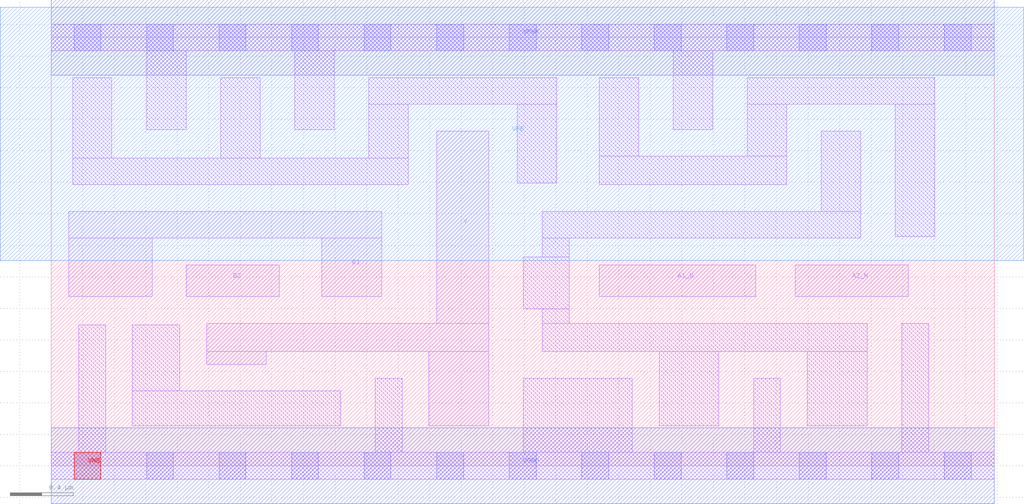
<source format=lef>
# Copyright 2020 The SkyWater PDK Authors
#
# Licensed under the Apache License, Version 2.0 (the "License");
# you may not use this file except in compliance with the License.
# You may obtain a copy of the License at
#
#     https://www.apache.org/licenses/LICENSE-2.0
#
# Unless required by applicable law or agreed to in writing, software
# distributed under the License is distributed on an "AS IS" BASIS,
# WITHOUT WARRANTIES OR CONDITIONS OF ANY KIND, either express or implied.
# See the License for the specific language governing permissions and
# limitations under the License.
#
# SPDX-License-Identifier: Apache-2.0

VERSION 5.7 ;
  NOWIREEXTENSIONATPIN ON ;
  DIVIDERCHAR "/" ;
  BUSBITCHARS "[]" ;
PROPERTYDEFINITIONS
  MACRO maskLayoutSubType STRING ;
  MACRO prCellType STRING ;
  MACRO originalViewName STRING ;
END PROPERTYDEFINITIONS
MACRO sky130_fd_sc_hdll__a2bb2oi_2
  CLASS CORE ;
  FOREIGN sky130_fd_sc_hdll__a2bb2oi_2 ;
  ORIGIN  0.000000  0.000000 ;
  SIZE  5.980000 BY  2.720000 ;
  SYMMETRY X Y R90 ;
  SITE unithd ;
  PIN A1_N
    ANTENNAGATEAREA  0.555000 ;
    DIRECTION INPUT ;
    USE SIGNAL ;
    PORT
      LAYER li1 ;
        RECT 3.475000 1.075000 4.470000 1.275000 ;
    END
  END A1_N
  PIN A2_N
    ANTENNAGATEAREA  0.555000 ;
    DIRECTION INPUT ;
    USE SIGNAL ;
    PORT
      LAYER li1 ;
        RECT 4.720000 1.075000 5.435000 1.275000 ;
    END
  END A2_N
  PIN B1
    ANTENNAGATEAREA  0.555000 ;
    DIRECTION INPUT ;
    USE SIGNAL ;
    PORT
      LAYER li1 ;
        RECT 0.110000 1.075000 0.640000 1.445000 ;
        RECT 0.110000 1.445000 2.095000 1.615000 ;
        RECT 1.715000 1.075000 2.095000 1.445000 ;
    END
  END B1
  PIN B2
    ANTENNAGATEAREA  0.555000 ;
    DIRECTION INPUT ;
    USE SIGNAL ;
    PORT
      LAYER li1 ;
        RECT 0.855000 1.075000 1.445000 1.275000 ;
    END
  END B2
  PIN Y
    ANTENNADIFFAREA  0.738500 ;
    DIRECTION OUTPUT ;
    USE SIGNAL ;
    PORT
      LAYER li1 ;
        RECT 0.985000 0.645000 1.365000 0.725000 ;
        RECT 0.985000 0.725000 2.775000 0.905000 ;
        RECT 2.395000 0.255000 2.775000 0.725000 ;
        RECT 2.445000 0.905000 2.775000 2.125000 ;
    END
  END Y
  PIN VGND
    DIRECTION INOUT ;
    USE GROUND ;
    PORT
      LAYER met1 ;
        RECT 0.000000 -0.240000 5.980000 0.240000 ;
    END
  END VGND
  PIN VNB
    DIRECTION INOUT ;
    USE GROUND ;
    PORT
      LAYER pwell ;
        RECT 0.145000 -0.085000 0.315000 0.085000 ;
    END
  END VNB
  PIN VPB
    DIRECTION INOUT ;
    USE POWER ;
    PORT
      LAYER nwell ;
        RECT -0.325000 1.305000 6.170000 2.910000 ;
    END
  END VPB
  PIN VPWR
    DIRECTION INOUT ;
    USE POWER ;
    PORT
      LAYER met1 ;
        RECT 0.000000 2.480000 5.980000 2.960000 ;
    END
  END VPWR
  OBS
    LAYER li1 ;
      RECT 0.000000 -0.085000 5.980000 0.085000 ;
      RECT 0.000000  2.635000 5.980000 2.805000 ;
      RECT 0.135000  1.785000 2.265000 1.955000 ;
      RECT 0.135000  1.955000 0.385000 2.465000 ;
      RECT 0.175000  0.085000 0.345000 0.895000 ;
      RECT 0.515000  0.255000 1.835000 0.475000 ;
      RECT 0.515000  0.475000 0.815000 0.895000 ;
      RECT 0.605000  2.135000 0.855000 2.635000 ;
      RECT 1.075000  1.955000 1.325000 2.465000 ;
      RECT 1.545000  2.135000 1.795000 2.635000 ;
      RECT 2.015000  1.955000 2.265000 2.295000 ;
      RECT 2.015000  2.295000 3.205000 2.465000 ;
      RECT 2.055000  0.085000 2.225000 0.555000 ;
      RECT 2.955000  1.795000 3.205000 2.295000 ;
      RECT 2.995000  0.085000 3.685000 0.555000 ;
      RECT 2.995000  0.995000 3.285000 1.325000 ;
      RECT 3.115000  0.725000 5.175000 0.905000 ;
      RECT 3.115000  0.905000 3.285000 0.995000 ;
      RECT 3.115000  1.325000 3.285000 1.445000 ;
      RECT 3.115000  1.445000 5.135000 1.615000 ;
      RECT 3.475000  1.785000 4.665000 1.965000 ;
      RECT 3.475000  1.965000 3.725000 2.465000 ;
      RECT 3.855000  0.255000 4.235000 0.725000 ;
      RECT 3.945000  2.135000 4.195000 2.635000 ;
      RECT 4.415000  1.965000 4.665000 2.295000 ;
      RECT 4.415000  2.295000 5.605000 2.465000 ;
      RECT 4.455000  0.085000 4.625000 0.555000 ;
      RECT 4.795000  0.255000 5.175000 0.725000 ;
      RECT 4.885000  1.615000 5.135000 2.125000 ;
      RECT 5.355000  1.455000 5.605000 2.295000 ;
      RECT 5.395000  0.085000 5.565000 0.905000 ;
    LAYER mcon ;
      RECT 0.145000 -0.085000 0.315000 0.085000 ;
      RECT 0.145000  2.635000 0.315000 2.805000 ;
      RECT 0.605000 -0.085000 0.775000 0.085000 ;
      RECT 0.605000  2.635000 0.775000 2.805000 ;
      RECT 1.065000 -0.085000 1.235000 0.085000 ;
      RECT 1.065000  2.635000 1.235000 2.805000 ;
      RECT 1.525000 -0.085000 1.695000 0.085000 ;
      RECT 1.525000  2.635000 1.695000 2.805000 ;
      RECT 1.985000 -0.085000 2.155000 0.085000 ;
      RECT 1.985000  2.635000 2.155000 2.805000 ;
      RECT 2.445000 -0.085000 2.615000 0.085000 ;
      RECT 2.445000  2.635000 2.615000 2.805000 ;
      RECT 2.905000 -0.085000 3.075000 0.085000 ;
      RECT 2.905000  2.635000 3.075000 2.805000 ;
      RECT 3.365000 -0.085000 3.535000 0.085000 ;
      RECT 3.365000  2.635000 3.535000 2.805000 ;
      RECT 3.825000 -0.085000 3.995000 0.085000 ;
      RECT 3.825000  2.635000 3.995000 2.805000 ;
      RECT 4.285000 -0.085000 4.455000 0.085000 ;
      RECT 4.285000  2.635000 4.455000 2.805000 ;
      RECT 4.745000 -0.085000 4.915000 0.085000 ;
      RECT 4.745000  2.635000 4.915000 2.805000 ;
      RECT 5.205000 -0.085000 5.375000 0.085000 ;
      RECT 5.205000  2.635000 5.375000 2.805000 ;
      RECT 5.665000 -0.085000 5.835000 0.085000 ;
      RECT 5.665000  2.635000 5.835000 2.805000 ;
  END
  PROPERTY maskLayoutSubType "abstract" ;
  PROPERTY prCellType "standard" ;
  PROPERTY originalViewName "layout" ;
END sky130_fd_sc_hdll__a2bb2oi_2
END LIBRARY

</source>
